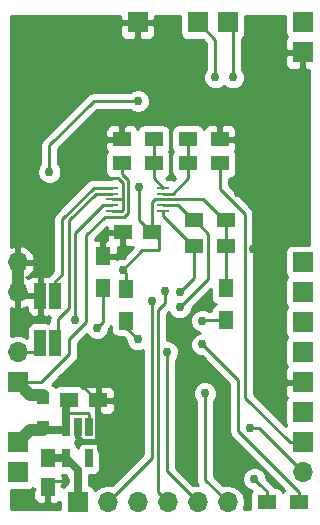
<source format=gbl>
G04 #@! TF.FileFunction,Copper,L2,Bot,Signal*
%FSLAX46Y46*%
G04 Gerber Fmt 4.6, Leading zero omitted, Abs format (unit mm)*
G04 Created by KiCad (PCBNEW 4.0.6) date Monday, 03 July 2017 'AMt' 11:17:00*
%MOMM*%
%LPD*%
G01*
G04 APERTURE LIST*
%ADD10C,0.101600*%
%ADD11R,1.100000X0.250000*%
%ADD12R,1.700000X1.700000*%
%ADD13O,1.700000X1.700000*%
%ADD14R,1.500000X1.300000*%
%ADD15R,1.500000X1.250000*%
%ADD16R,1.250000X1.500000*%
%ADD17R,1.300000X1.500000*%
%ADD18R,0.650000X1.560000*%
%ADD19R,1.000000X1.000000*%
%ADD20R,1.000000X2.200000*%
%ADD21C,0.762000*%
%ADD22C,0.254000*%
%ADD23C,0.500000*%
%ADD24C,1.000000*%
%ADD25C,0.700000*%
G04 APERTURE END LIST*
D10*
D11*
X145170000Y-69326000D03*
X145170000Y-68826000D03*
X145170000Y-68326000D03*
X145170000Y-67826000D03*
X145170000Y-67326000D03*
X149470000Y-67326000D03*
X149470000Y-67826000D03*
X149470000Y-68326000D03*
X149470000Y-68826000D03*
X149470000Y-69326000D03*
D12*
X142240000Y-93980000D03*
D13*
X144780000Y-93980000D03*
X147320000Y-93980000D03*
X149860000Y-93980000D03*
X152400000Y-93980000D03*
X154940000Y-93980000D03*
D14*
X160950000Y-93980000D03*
X158250000Y-93980000D03*
D15*
X141498000Y-85344000D03*
X143998000Y-85344000D03*
D16*
X139700000Y-90190000D03*
X139700000Y-92690000D03*
D15*
X148570000Y-71120000D03*
X146070000Y-71120000D03*
D17*
X144375000Y-75850000D03*
X144375000Y-73150000D03*
D14*
X154766000Y-70104000D03*
X152066000Y-70104000D03*
X154766000Y-72263000D03*
X152066000Y-72263000D03*
D18*
X141290000Y-87550000D03*
X142240000Y-87550000D03*
X143190000Y-87550000D03*
X143190000Y-90250000D03*
X141290000Y-90250000D03*
D12*
X137160000Y-83820000D03*
D13*
X137160000Y-81280000D03*
D14*
X145970000Y-65278000D03*
X148670000Y-65278000D03*
X148670000Y-63246000D03*
X145970000Y-63246000D03*
X151558000Y-65278000D03*
X154258000Y-65278000D03*
X151558000Y-63246000D03*
X154258000Y-63246000D03*
D12*
X154940000Y-53340000D03*
X161290000Y-55880000D03*
D19*
X139319000Y-87610000D03*
X139319000Y-85110000D03*
D12*
X161290000Y-73660000D03*
X161290000Y-76200000D03*
X161290000Y-78740000D03*
X161290000Y-88900000D03*
D13*
X161290000Y-91440000D03*
D12*
X147320000Y-53340000D03*
X161290000Y-83820000D03*
X137160000Y-91440000D03*
D13*
X137160000Y-73660000D03*
D12*
X137160000Y-88900000D03*
D13*
X137160000Y-76200000D03*
D12*
X152400000Y-53340000D03*
D17*
X146350000Y-75875000D03*
X146350000Y-78575000D03*
D12*
X161290000Y-81280000D03*
D17*
X154800000Y-75850000D03*
X154800000Y-78550000D03*
D12*
X161290000Y-86360000D03*
X161290000Y-53340000D03*
D20*
X139065000Y-76504800D03*
X139065000Y-80486000D03*
X140360400Y-80486000D03*
X140360400Y-76504800D03*
D21*
X139775000Y-68350002D03*
X155200000Y-91600000D03*
X140825000Y-83575000D03*
X157099994Y-72500000D03*
X145499996Y-91000000D03*
X158000000Y-82000000D03*
X155800000Y-67800000D03*
X146050000Y-73152000D03*
X141224000Y-92202000D03*
X148524998Y-76925000D03*
X149600000Y-76050000D03*
X149775000Y-81225000D03*
X157200000Y-92000000D03*
X147400000Y-67300000D03*
X147350000Y-60000000D03*
X139850000Y-66000000D03*
X146050000Y-74300000D03*
X150876000Y-77470010D03*
X150876000Y-76200000D03*
X147350000Y-80175000D03*
X142000004Y-78525000D03*
X156800000Y-87699996D03*
X155400006Y-58000000D03*
X152800000Y-80600000D03*
X153000000Y-84750000D03*
X143900000Y-79200000D03*
X153900000Y-58000000D03*
X152800000Y-78600000D03*
D22*
X139394001Y-68731001D02*
X139775000Y-68350002D01*
X137160000Y-70965002D02*
X139394001Y-68731001D01*
X137160000Y-73914000D02*
X137160000Y-70965002D01*
X143584000Y-65532000D02*
X143584000Y-64066000D01*
X143584000Y-64066000D02*
X144404000Y-63246000D01*
X144404000Y-63246000D02*
X145970000Y-63246000D01*
X154258000Y-63246000D02*
X155471000Y-63246000D01*
X155471000Y-63246000D02*
X155800000Y-63575000D01*
X155800000Y-63575000D02*
X155800000Y-67261185D01*
X155800000Y-67261185D02*
X155800000Y-67800000D01*
X145970000Y-63246000D02*
X145970000Y-62342000D01*
X145970000Y-62342000D02*
X147098000Y-61214000D01*
X147098000Y-61214000D02*
X154258000Y-61214000D01*
X154258000Y-61214000D02*
X154258000Y-63246000D01*
X158000000Y-82000000D02*
X158000000Y-82950000D01*
X158000000Y-82950000D02*
X158870000Y-83820000D01*
X158870000Y-83820000D02*
X161290000Y-83820000D01*
X154258000Y-63246000D02*
X154258000Y-61192000D01*
X154258000Y-61192000D02*
X159570000Y-55880000D01*
X159570000Y-55880000D02*
X161290000Y-55880000D01*
X144375000Y-73150000D02*
X146048000Y-73150000D01*
X146048000Y-73150000D02*
X146050000Y-73152000D01*
X142104000Y-83575000D02*
X141363815Y-83575000D01*
X141363815Y-83575000D02*
X140825000Y-83575000D01*
X143998000Y-85344000D02*
X143873000Y-85344000D01*
X143873000Y-85344000D02*
X142104000Y-83575000D01*
X157480993Y-72880999D02*
X157099994Y-72500000D01*
X157099994Y-71961185D02*
X157099994Y-72500000D01*
X155800000Y-67800000D02*
X157099994Y-69099994D01*
X158000000Y-82000000D02*
X158000000Y-73400006D01*
X157099994Y-69099994D02*
X157099994Y-71961185D01*
X158000000Y-73400006D02*
X157480993Y-72880999D01*
D23*
X139065000Y-76504800D02*
X137464800Y-76504800D01*
X137464800Y-76504800D02*
X137160000Y-76200000D01*
D24*
X137160000Y-73660000D02*
X137160000Y-76200000D01*
D22*
X143998000Y-89498004D02*
X145118997Y-90619001D01*
X143998000Y-85344000D02*
X143998000Y-89498004D01*
X145118997Y-90619001D02*
X145499996Y-91000000D01*
D23*
X143998000Y-87250000D02*
X143998000Y-86469000D01*
X143998000Y-88662762D02*
X143998000Y-87250000D01*
D22*
X145170000Y-69326000D02*
X145974000Y-69326000D01*
X145974000Y-69326000D02*
X146050201Y-69249799D01*
X146050201Y-69249799D02*
X146050201Y-68249799D01*
X146050000Y-73152000D02*
X146050000Y-71140000D01*
X146050000Y-71140000D02*
X146070000Y-71120000D01*
X145170000Y-68326000D02*
X145974000Y-68326000D01*
X145974000Y-68326000D02*
X146050201Y-68249799D01*
X146050201Y-68249799D02*
X146050201Y-66936839D01*
X146050201Y-66936839D02*
X145661362Y-66548000D01*
X145661362Y-66548000D02*
X144600000Y-66548000D01*
X144600000Y-66548000D02*
X144310201Y-66258201D01*
X144310201Y-66258201D02*
X143584000Y-65532000D01*
X137160000Y-71956000D02*
X143584000Y-65532000D01*
X144165000Y-85344000D02*
X143998000Y-85344000D01*
X146050000Y-71394000D02*
X146070000Y-71374000D01*
X146049994Y-73151994D02*
X146050000Y-73152000D01*
X145595000Y-69326000D02*
X145170000Y-69326000D01*
X141224000Y-92202000D02*
X140188000Y-92202000D01*
X140188000Y-92202000D02*
X139700000Y-92690000D01*
X137160000Y-73914000D02*
X137160000Y-71956000D01*
X137160000Y-76200000D02*
X137160000Y-73914000D01*
D23*
X142240000Y-87550000D02*
X142240000Y-88520762D01*
X142240000Y-88520762D02*
X142619238Y-88900000D01*
X142619238Y-88900000D02*
X143760762Y-88900000D01*
X143760762Y-88900000D02*
X143998000Y-88662762D01*
X143998000Y-86469000D02*
X143998000Y-85344000D01*
D22*
X143412000Y-85344000D02*
X143998000Y-85344000D01*
X148524998Y-77463815D02*
X148524998Y-76925000D01*
X148524998Y-90235002D02*
X148524998Y-77463815D01*
X144780000Y-93980000D02*
X148524998Y-90235002D01*
X149010001Y-77717579D02*
X149600000Y-77127580D01*
X149860000Y-93980000D02*
X149010001Y-93130001D01*
X149010001Y-93130001D02*
X149010001Y-77717579D01*
X149600000Y-76588815D02*
X149600000Y-76050000D01*
X149600000Y-77127580D02*
X149600000Y-76588815D01*
X149775000Y-91355000D02*
X149775000Y-81763815D01*
X149775000Y-81763815D02*
X149775000Y-81225000D01*
X152400000Y-93980000D02*
X149775000Y-91355000D01*
X158250000Y-93050000D02*
X157580999Y-92380999D01*
X157580999Y-92380999D02*
X157200000Y-92000000D01*
X158250000Y-93980000D02*
X158250000Y-93050000D01*
X154800000Y-75850000D02*
X154800000Y-72297000D01*
X154800000Y-72297000D02*
X154766000Y-72263000D01*
X146350000Y-75875000D02*
X146350000Y-74600000D01*
X146350000Y-74600000D02*
X146050000Y-74300000D01*
X148570000Y-71120000D02*
X148570000Y-68549211D01*
X148570000Y-68549211D02*
X148793211Y-68326000D01*
X148793211Y-68326000D02*
X149470000Y-68326000D01*
X147400000Y-67300000D02*
X147400000Y-70075000D01*
X147400000Y-70075000D02*
X148445000Y-71120000D01*
X148445000Y-71120000D02*
X148570000Y-71120000D01*
X139850000Y-66000000D02*
X139850000Y-63750000D01*
X139850000Y-63750000D02*
X143600000Y-60000000D01*
X143600000Y-60000000D02*
X147350000Y-60000000D01*
X146050000Y-74300000D02*
X147706000Y-72644000D01*
X147706000Y-72644000D02*
X149098000Y-72644000D01*
X149098000Y-72644000D02*
X149098000Y-71648000D01*
X149098000Y-71648000D02*
X148570000Y-71120000D01*
X148082000Y-70886000D02*
X148570000Y-71374000D01*
X154866000Y-70104000D02*
X154766000Y-70104000D01*
X154766000Y-70104000D02*
X154666000Y-70104000D01*
X154666000Y-70104000D02*
X152888000Y-68326000D01*
X152888000Y-68326000D02*
X150274000Y-68326000D01*
X150274000Y-68326000D02*
X149470000Y-68326000D01*
X154766000Y-72263000D02*
X154766000Y-70104000D01*
X154706000Y-72323000D02*
X154766000Y-72263000D01*
D25*
X142240000Y-93980000D02*
X142240000Y-91200000D01*
X142240000Y-91200000D02*
X141290000Y-90250000D01*
X141290000Y-90250000D02*
X139760000Y-90250000D01*
X139760000Y-90250000D02*
X139700000Y-90190000D01*
D22*
X151256999Y-77089011D02*
X150876000Y-77470010D01*
X153289000Y-71227000D02*
X153289000Y-75057010D01*
X152166000Y-70104000D02*
X153289000Y-71227000D01*
X152066000Y-70104000D02*
X152166000Y-70104000D01*
X153289000Y-75057010D02*
X151256999Y-77089011D01*
X149470000Y-68826000D02*
X150614000Y-68826000D01*
X150614000Y-68826000D02*
X150622000Y-68834000D01*
X150622000Y-68834000D02*
X150696000Y-68834000D01*
X150696000Y-68834000D02*
X151966000Y-70104000D01*
X151966000Y-70104000D02*
X152066000Y-70104000D01*
X152066000Y-75010000D02*
X151256999Y-75819001D01*
X152066000Y-72263000D02*
X152066000Y-75010000D01*
X151256999Y-75819001D02*
X150876000Y-76200000D01*
X149470000Y-69326000D02*
X149470000Y-69767000D01*
X149470000Y-69767000D02*
X151966000Y-72263000D01*
X151966000Y-72263000D02*
X152066000Y-72263000D01*
X146350000Y-78575000D02*
X146350000Y-79175000D01*
X146350000Y-79175000D02*
X147350000Y-80175000D01*
X142000004Y-77986185D02*
X142000004Y-78525000D01*
X141999998Y-77986179D02*
X142000004Y-77986185D01*
X141999998Y-71192002D02*
X141999998Y-77986179D01*
X144366000Y-68826000D02*
X141999998Y-71192002D01*
X145170000Y-68826000D02*
X144366000Y-68826000D01*
D25*
X141290000Y-85552000D02*
X141290000Y-86487000D01*
X141290000Y-86487000D02*
X141290000Y-87550000D01*
D22*
X143190000Y-87550000D02*
X143190000Y-86516000D01*
X143190000Y-86516000D02*
X143113799Y-86439799D01*
X143113799Y-86439799D02*
X141337201Y-86439799D01*
X141337201Y-86439799D02*
X141290000Y-86487000D01*
D25*
X141498000Y-85344000D02*
X141290000Y-85552000D01*
X139319000Y-87860000D02*
X140980000Y-87860000D01*
X140980000Y-87860000D02*
X141290000Y-87550000D01*
D24*
X139319000Y-87860000D02*
X138200000Y-87860000D01*
X138200000Y-87860000D02*
X137160000Y-88900000D01*
D22*
X145970000Y-65278000D02*
X145970000Y-66182000D01*
X146507411Y-66747457D02*
X146507411Y-69439181D01*
X144516791Y-69783209D02*
X142961201Y-71338799D01*
X139130000Y-83820000D02*
X138264000Y-83820000D01*
X138264000Y-83820000D02*
X137160000Y-83820000D01*
X145970000Y-66182000D02*
X146500000Y-66712000D01*
X146500000Y-66712000D02*
X146500000Y-66740046D01*
X146500000Y-66740046D02*
X146507411Y-66747457D01*
X146507411Y-69439181D02*
X146163383Y-69783209D01*
X142961201Y-71338799D02*
X142961201Y-78713799D01*
X140347762Y-82625000D02*
X140325000Y-82625000D01*
X146163383Y-69783209D02*
X144516791Y-69783209D01*
X142961201Y-78713799D02*
X141525000Y-80150000D01*
X141525000Y-80150000D02*
X141525000Y-81447762D01*
X141525000Y-81447762D02*
X140347762Y-82625000D01*
X140325000Y-82625000D02*
X139130000Y-83820000D01*
D24*
X139319000Y-84860000D02*
X138200000Y-84860000D01*
X138200000Y-84860000D02*
X137160000Y-83820000D01*
D22*
X148670000Y-65278000D02*
X148670000Y-66526000D01*
X148670000Y-66526000D02*
X149470000Y-67326000D01*
X148670000Y-63246000D02*
X148670000Y-65278000D01*
X161290000Y-91440000D02*
X157549996Y-87699996D01*
X157338815Y-87699996D02*
X156800000Y-87699996D01*
X157549996Y-87699996D02*
X157338815Y-87699996D01*
X155400006Y-58000000D02*
X155400006Y-53800006D01*
X155400006Y-53800006D02*
X154940000Y-53340000D01*
X160950000Y-93980000D02*
X160950000Y-93076000D01*
X160950000Y-93076000D02*
X155800000Y-87926000D01*
X155800000Y-87926000D02*
X155800000Y-83600000D01*
X155800000Y-83600000D02*
X153180999Y-80980999D01*
X153180999Y-80980999D02*
X152800000Y-80600000D01*
X140614400Y-78458020D02*
X141528798Y-77543622D01*
X141528798Y-77543622D02*
X141528798Y-70074609D01*
X143777407Y-67826000D02*
X144366000Y-67826000D01*
X141528798Y-70074609D02*
X143777407Y-67826000D01*
X140614400Y-80518000D02*
X140614400Y-78458020D01*
X144366000Y-67826000D02*
X145170000Y-67826000D01*
X151558000Y-65278000D02*
X151558000Y-66542000D01*
X151558000Y-66542000D02*
X150274000Y-67826000D01*
X150274000Y-67826000D02*
X149470000Y-67826000D01*
X151558000Y-63246000D02*
X151558000Y-65278000D01*
X137160000Y-81280000D02*
X138557000Y-81280000D01*
X138557000Y-81280000D02*
X139319000Y-80518000D01*
X140360400Y-76504800D02*
X140360400Y-75250800D01*
X140360400Y-75250800D02*
X140925000Y-74686200D01*
X140925000Y-74686200D02*
X140925000Y-70010407D01*
X140925000Y-70010407D02*
X143609407Y-67326000D01*
X143609407Y-67326000D02*
X144366000Y-67326000D01*
X144366000Y-67326000D02*
X145170000Y-67326000D01*
X154258000Y-66182000D02*
X154258000Y-65278000D01*
X154258000Y-67458000D02*
X154258000Y-66182000D01*
X156388793Y-72841377D02*
X156388793Y-69588793D01*
X156400000Y-72852584D02*
X156388793Y-72841377D01*
X156400000Y-85114000D02*
X156400000Y-72852584D01*
X160186000Y-88900000D02*
X156400000Y-85114000D01*
X161290000Y-88900000D02*
X160186000Y-88900000D01*
X156388793Y-69588793D02*
X154258000Y-67458000D01*
X153000000Y-85288815D02*
X153000000Y-84750000D01*
X153000000Y-92040000D02*
X153000000Y-85288815D01*
X154940000Y-93980000D02*
X153000000Y-92040000D01*
X144375000Y-75850000D02*
X144375000Y-78725000D01*
X144375000Y-78725000D02*
X143900000Y-79200000D01*
X153900000Y-58000000D02*
X153900000Y-54840000D01*
X153900000Y-54840000D02*
X152400000Y-53340000D01*
X154800000Y-78550000D02*
X152850000Y-78550000D01*
X152850000Y-78550000D02*
X152800000Y-78600000D01*
G36*
X139827000Y-92563000D02*
X139847000Y-92563000D01*
X139847000Y-92817000D01*
X139827000Y-92817000D01*
X139827000Y-93916250D01*
X139985750Y-94075000D01*
X140451310Y-94075000D01*
X140684699Y-93978327D01*
X140742560Y-93920466D01*
X140742560Y-94540000D01*
X136600000Y-94540000D01*
X136600000Y-92937440D01*
X138010000Y-92937440D01*
X138245317Y-92893162D01*
X138440000Y-92767887D01*
X138440000Y-92817002D01*
X138598748Y-92817002D01*
X138440000Y-92975750D01*
X138440000Y-93566309D01*
X138536673Y-93799698D01*
X138715301Y-93978327D01*
X138948690Y-94075000D01*
X139414250Y-94075000D01*
X139573000Y-93916250D01*
X139573000Y-92817000D01*
X139553000Y-92817000D01*
X139553000Y-92563000D01*
X139573000Y-92563000D01*
X139573000Y-92543000D01*
X139827000Y-92543000D01*
X139827000Y-92563000D01*
X139827000Y-92563000D01*
G37*
X139827000Y-92563000D02*
X139847000Y-92563000D01*
X139847000Y-92817000D01*
X139827000Y-92817000D01*
X139827000Y-93916250D01*
X139985750Y-94075000D01*
X140451310Y-94075000D01*
X140684699Y-93978327D01*
X140742560Y-93920466D01*
X140742560Y-94540000D01*
X136600000Y-94540000D01*
X136600000Y-92937440D01*
X138010000Y-92937440D01*
X138245317Y-92893162D01*
X138440000Y-92767887D01*
X138440000Y-92817002D01*
X138598748Y-92817002D01*
X138440000Y-92975750D01*
X138440000Y-93566309D01*
X138536673Y-93799698D01*
X138715301Y-93978327D01*
X138948690Y-94075000D01*
X139414250Y-94075000D01*
X139573000Y-93916250D01*
X139573000Y-92817000D01*
X139553000Y-92817000D01*
X139553000Y-92563000D01*
X139573000Y-92563000D01*
X139573000Y-92543000D01*
X139827000Y-92543000D01*
X139827000Y-92563000D01*
G36*
X153502560Y-76600000D02*
X153546838Y-76835317D01*
X153685910Y-77051441D01*
X153898110Y-77196431D01*
X153911197Y-77199081D01*
X153698559Y-77335910D01*
X153553569Y-77548110D01*
X153504990Y-77788000D01*
X153425005Y-77788000D01*
X153376269Y-77739179D01*
X153002982Y-77584176D01*
X152598792Y-77583824D01*
X152225234Y-77738175D01*
X151939179Y-78023731D01*
X151784176Y-78397018D01*
X151783824Y-78801208D01*
X151938175Y-79174766D01*
X152223731Y-79460821D01*
X152559276Y-79600152D01*
X152225234Y-79738175D01*
X151939179Y-80023731D01*
X151784176Y-80397018D01*
X151783824Y-80801208D01*
X151938175Y-81174766D01*
X152223731Y-81460821D01*
X152597018Y-81615824D01*
X152738317Y-81615947D01*
X155038000Y-83915631D01*
X155038000Y-87926000D01*
X155096004Y-88217605D01*
X155220544Y-88403992D01*
X155261185Y-88464815D01*
X159713537Y-92917167D01*
X159603569Y-93078110D01*
X159600919Y-93091197D01*
X159464090Y-92878559D01*
X159251890Y-92733569D01*
X159000000Y-92682560D01*
X158903325Y-92682560D01*
X158896672Y-92672604D01*
X158788815Y-92511184D01*
X158216054Y-91938424D01*
X158216176Y-91798792D01*
X158061825Y-91425234D01*
X157776269Y-91139179D01*
X157402982Y-90984176D01*
X156998792Y-90983824D01*
X156625234Y-91138175D01*
X156339179Y-91423731D01*
X156184176Y-91797018D01*
X156183824Y-92201208D01*
X156338175Y-92574766D01*
X156623731Y-92860821D01*
X156957375Y-92999363D01*
X156903569Y-93078110D01*
X156852560Y-93330000D01*
X156852560Y-94540000D01*
X156319396Y-94540000D01*
X156425000Y-94009093D01*
X156425000Y-93950907D01*
X156311961Y-93382622D01*
X155990054Y-92900853D01*
X155508285Y-92578946D01*
X154940000Y-92465907D01*
X154575951Y-92538321D01*
X153762000Y-91724370D01*
X153762000Y-85424918D01*
X153860821Y-85326269D01*
X154015824Y-84952982D01*
X154016176Y-84548792D01*
X153861825Y-84175234D01*
X153576269Y-83889179D01*
X153202982Y-83734176D01*
X152798792Y-83733824D01*
X152425234Y-83888175D01*
X152139179Y-84173731D01*
X151984176Y-84547018D01*
X151983824Y-84951208D01*
X152138175Y-85324766D01*
X152238000Y-85424765D01*
X152238000Y-92040000D01*
X152296004Y-92331605D01*
X152387415Y-92468410D01*
X152035951Y-92538321D01*
X150537000Y-91039370D01*
X150537000Y-81899918D01*
X150635821Y-81801269D01*
X150790824Y-81427982D01*
X150791176Y-81023792D01*
X150636825Y-80650234D01*
X150351269Y-80364179D01*
X149977982Y-80209176D01*
X149772001Y-80208997D01*
X149772001Y-78033209D01*
X149939986Y-77865225D01*
X150014175Y-78044776D01*
X150299731Y-78330831D01*
X150673018Y-78485834D01*
X151077208Y-78486186D01*
X151450766Y-78331835D01*
X151736821Y-78046279D01*
X151891824Y-77672992D01*
X151891947Y-77531693D01*
X153502560Y-75921081D01*
X153502560Y-76600000D01*
X153502560Y-76600000D01*
G37*
X153502560Y-76600000D02*
X153546838Y-76835317D01*
X153685910Y-77051441D01*
X153898110Y-77196431D01*
X153911197Y-77199081D01*
X153698559Y-77335910D01*
X153553569Y-77548110D01*
X153504990Y-77788000D01*
X153425005Y-77788000D01*
X153376269Y-77739179D01*
X153002982Y-77584176D01*
X152598792Y-77583824D01*
X152225234Y-77738175D01*
X151939179Y-78023731D01*
X151784176Y-78397018D01*
X151783824Y-78801208D01*
X151938175Y-79174766D01*
X152223731Y-79460821D01*
X152559276Y-79600152D01*
X152225234Y-79738175D01*
X151939179Y-80023731D01*
X151784176Y-80397018D01*
X151783824Y-80801208D01*
X151938175Y-81174766D01*
X152223731Y-81460821D01*
X152597018Y-81615824D01*
X152738317Y-81615947D01*
X155038000Y-83915631D01*
X155038000Y-87926000D01*
X155096004Y-88217605D01*
X155220544Y-88403992D01*
X155261185Y-88464815D01*
X159713537Y-92917167D01*
X159603569Y-93078110D01*
X159600919Y-93091197D01*
X159464090Y-92878559D01*
X159251890Y-92733569D01*
X159000000Y-92682560D01*
X158903325Y-92682560D01*
X158896672Y-92672604D01*
X158788815Y-92511184D01*
X158216054Y-91938424D01*
X158216176Y-91798792D01*
X158061825Y-91425234D01*
X157776269Y-91139179D01*
X157402982Y-90984176D01*
X156998792Y-90983824D01*
X156625234Y-91138175D01*
X156339179Y-91423731D01*
X156184176Y-91797018D01*
X156183824Y-92201208D01*
X156338175Y-92574766D01*
X156623731Y-92860821D01*
X156957375Y-92999363D01*
X156903569Y-93078110D01*
X156852560Y-93330000D01*
X156852560Y-94540000D01*
X156319396Y-94540000D01*
X156425000Y-94009093D01*
X156425000Y-93950907D01*
X156311961Y-93382622D01*
X155990054Y-92900853D01*
X155508285Y-92578946D01*
X154940000Y-92465907D01*
X154575951Y-92538321D01*
X153762000Y-91724370D01*
X153762000Y-85424918D01*
X153860821Y-85326269D01*
X154015824Y-84952982D01*
X154016176Y-84548792D01*
X153861825Y-84175234D01*
X153576269Y-83889179D01*
X153202982Y-83734176D01*
X152798792Y-83733824D01*
X152425234Y-83888175D01*
X152139179Y-84173731D01*
X151984176Y-84547018D01*
X151983824Y-84951208D01*
X152138175Y-85324766D01*
X152238000Y-85424765D01*
X152238000Y-92040000D01*
X152296004Y-92331605D01*
X152387415Y-92468410D01*
X152035951Y-92538321D01*
X150537000Y-91039370D01*
X150537000Y-81899918D01*
X150635821Y-81801269D01*
X150790824Y-81427982D01*
X150791176Y-81023792D01*
X150636825Y-80650234D01*
X150351269Y-80364179D01*
X149977982Y-80209176D01*
X149772001Y-80208997D01*
X149772001Y-78033209D01*
X149939986Y-77865225D01*
X150014175Y-78044776D01*
X150299731Y-78330831D01*
X150673018Y-78485834D01*
X151077208Y-78486186D01*
X151450766Y-78331835D01*
X151736821Y-78046279D01*
X151891824Y-77672992D01*
X151891947Y-77531693D01*
X153502560Y-75921081D01*
X153502560Y-76600000D01*
G36*
X147447000Y-93853000D02*
X147467000Y-93853000D01*
X147467000Y-94107000D01*
X147447000Y-94107000D01*
X147447000Y-94127000D01*
X147193000Y-94127000D01*
X147193000Y-94107000D01*
X147173000Y-94107000D01*
X147173000Y-93853000D01*
X147193000Y-93853000D01*
X147193000Y-93833000D01*
X147447000Y-93833000D01*
X147447000Y-93853000D01*
X147447000Y-93853000D01*
G37*
X147447000Y-93853000D02*
X147467000Y-93853000D01*
X147467000Y-94107000D01*
X147447000Y-94107000D01*
X147447000Y-94127000D01*
X147193000Y-94127000D01*
X147193000Y-94107000D01*
X147173000Y-94107000D01*
X147173000Y-93853000D01*
X147193000Y-93853000D01*
X147193000Y-93833000D01*
X147447000Y-93833000D01*
X147447000Y-93853000D01*
G36*
X145052560Y-79325000D02*
X145096838Y-79560317D01*
X145235910Y-79776441D01*
X145448110Y-79921431D01*
X145700000Y-79972440D01*
X146069810Y-79972440D01*
X146333946Y-80236576D01*
X146333824Y-80376208D01*
X146488175Y-80749766D01*
X146773731Y-81035821D01*
X147147018Y-81190824D01*
X147551208Y-81191176D01*
X147762998Y-81103666D01*
X147762998Y-89919372D01*
X145144049Y-92538321D01*
X144780000Y-92465907D01*
X144211715Y-92578946D01*
X143729946Y-92900853D01*
X143702150Y-92942452D01*
X143693162Y-92894683D01*
X143554090Y-92678559D01*
X143341890Y-92533569D01*
X143225000Y-92509898D01*
X143225000Y-91677440D01*
X143515000Y-91677440D01*
X143750317Y-91633162D01*
X143966441Y-91494090D01*
X144111431Y-91281890D01*
X144162440Y-91030000D01*
X144162440Y-89470000D01*
X144118162Y-89234683D01*
X143979090Y-89018559D01*
X143803768Y-88898767D01*
X143966441Y-88794090D01*
X144111431Y-88581890D01*
X144162440Y-88330000D01*
X144162440Y-86770000D01*
X144125002Y-86571034D01*
X144125002Y-86445252D01*
X144283750Y-86604000D01*
X144874309Y-86604000D01*
X145107698Y-86507327D01*
X145286327Y-86328699D01*
X145383000Y-86095310D01*
X145383000Y-85629750D01*
X145224250Y-85471000D01*
X144125000Y-85471000D01*
X144125000Y-85491000D01*
X143871000Y-85491000D01*
X143871000Y-85471000D01*
X143851000Y-85471000D01*
X143851000Y-85217000D01*
X143871000Y-85217000D01*
X143871000Y-84242750D01*
X144125000Y-84242750D01*
X144125000Y-85217000D01*
X145224250Y-85217000D01*
X145383000Y-85058250D01*
X145383000Y-84592690D01*
X145286327Y-84359301D01*
X145107698Y-84180673D01*
X144874309Y-84084000D01*
X144283750Y-84084000D01*
X144125000Y-84242750D01*
X143871000Y-84242750D01*
X143712250Y-84084000D01*
X143121691Y-84084000D01*
X142888302Y-84180673D01*
X142747064Y-84321910D01*
X142712090Y-84267559D01*
X142499890Y-84122569D01*
X142248000Y-84071560D01*
X140748000Y-84071560D01*
X140512683Y-84115838D01*
X140330879Y-84232826D01*
X140283090Y-84158559D01*
X140070890Y-84013569D01*
X140049406Y-84009218D01*
X140030827Y-83996804D01*
X140817982Y-83209649D01*
X140886577Y-83163815D01*
X142063815Y-81986577D01*
X142065540Y-81983996D01*
X142228996Y-81739367D01*
X142287000Y-81447762D01*
X142287000Y-80465630D01*
X143020541Y-79732089D01*
X143038175Y-79774766D01*
X143323731Y-80060821D01*
X143697018Y-80215824D01*
X144101208Y-80216176D01*
X144474766Y-80061825D01*
X144760821Y-79776269D01*
X144915824Y-79402982D01*
X144915948Y-79260624D01*
X145052560Y-79056169D01*
X145052560Y-79325000D01*
X145052560Y-79325000D01*
G37*
X145052560Y-79325000D02*
X145096838Y-79560317D01*
X145235910Y-79776441D01*
X145448110Y-79921431D01*
X145700000Y-79972440D01*
X146069810Y-79972440D01*
X146333946Y-80236576D01*
X146333824Y-80376208D01*
X146488175Y-80749766D01*
X146773731Y-81035821D01*
X147147018Y-81190824D01*
X147551208Y-81191176D01*
X147762998Y-81103666D01*
X147762998Y-89919372D01*
X145144049Y-92538321D01*
X144780000Y-92465907D01*
X144211715Y-92578946D01*
X143729946Y-92900853D01*
X143702150Y-92942452D01*
X143693162Y-92894683D01*
X143554090Y-92678559D01*
X143341890Y-92533569D01*
X143225000Y-92509898D01*
X143225000Y-91677440D01*
X143515000Y-91677440D01*
X143750317Y-91633162D01*
X143966441Y-91494090D01*
X144111431Y-91281890D01*
X144162440Y-91030000D01*
X144162440Y-89470000D01*
X144118162Y-89234683D01*
X143979090Y-89018559D01*
X143803768Y-88898767D01*
X143966441Y-88794090D01*
X144111431Y-88581890D01*
X144162440Y-88330000D01*
X144162440Y-86770000D01*
X144125002Y-86571034D01*
X144125002Y-86445252D01*
X144283750Y-86604000D01*
X144874309Y-86604000D01*
X145107698Y-86507327D01*
X145286327Y-86328699D01*
X145383000Y-86095310D01*
X145383000Y-85629750D01*
X145224250Y-85471000D01*
X144125000Y-85471000D01*
X144125000Y-85491000D01*
X143871000Y-85491000D01*
X143871000Y-85471000D01*
X143851000Y-85471000D01*
X143851000Y-85217000D01*
X143871000Y-85217000D01*
X143871000Y-84242750D01*
X144125000Y-84242750D01*
X144125000Y-85217000D01*
X145224250Y-85217000D01*
X145383000Y-85058250D01*
X145383000Y-84592690D01*
X145286327Y-84359301D01*
X145107698Y-84180673D01*
X144874309Y-84084000D01*
X144283750Y-84084000D01*
X144125000Y-84242750D01*
X143871000Y-84242750D01*
X143712250Y-84084000D01*
X143121691Y-84084000D01*
X142888302Y-84180673D01*
X142747064Y-84321910D01*
X142712090Y-84267559D01*
X142499890Y-84122569D01*
X142248000Y-84071560D01*
X140748000Y-84071560D01*
X140512683Y-84115838D01*
X140330879Y-84232826D01*
X140283090Y-84158559D01*
X140070890Y-84013569D01*
X140049406Y-84009218D01*
X140030827Y-83996804D01*
X140817982Y-83209649D01*
X140886577Y-83163815D01*
X142063815Y-81986577D01*
X142065540Y-81983996D01*
X142228996Y-81739367D01*
X142287000Y-81447762D01*
X142287000Y-80465630D01*
X143020541Y-79732089D01*
X143038175Y-79774766D01*
X143323731Y-80060821D01*
X143697018Y-80215824D01*
X144101208Y-80216176D01*
X144474766Y-80061825D01*
X144760821Y-79776269D01*
X144915824Y-79402982D01*
X144915948Y-79260624D01*
X145052560Y-79056169D01*
X145052560Y-79325000D01*
G36*
X140965000Y-91677440D02*
X141255000Y-91677440D01*
X141255000Y-92507962D01*
X141154683Y-92526838D01*
X140960000Y-92652113D01*
X140960000Y-92562998D01*
X140801252Y-92562998D01*
X140960000Y-92404250D01*
X140960000Y-91813691D01*
X140897938Y-91663860D01*
X140965000Y-91677440D01*
X140965000Y-91677440D01*
G37*
X140965000Y-91677440D02*
X141255000Y-91677440D01*
X141255000Y-92507962D01*
X141154683Y-92526838D01*
X140960000Y-92652113D01*
X140960000Y-92562998D01*
X140801252Y-92562998D01*
X140960000Y-92404250D01*
X140960000Y-91813691D01*
X140897938Y-91663860D01*
X140965000Y-91677440D01*
G36*
X142261838Y-88565317D02*
X142367000Y-88728743D01*
X142367000Y-88806250D01*
X142506715Y-88945965D01*
X142413559Y-89005910D01*
X142268569Y-89218110D01*
X142240824Y-89355120D01*
X142218162Y-89234683D01*
X142079090Y-89018559D01*
X141973106Y-88946144D01*
X142113000Y-88806250D01*
X142113000Y-88725949D01*
X142211431Y-88581890D01*
X142239176Y-88444880D01*
X142261838Y-88565317D01*
X142261838Y-88565317D01*
G37*
X142261838Y-88565317D02*
X142367000Y-88728743D01*
X142367000Y-88806250D01*
X142506715Y-88945965D01*
X142413559Y-89005910D01*
X142268569Y-89218110D01*
X142240824Y-89355120D01*
X142218162Y-89234683D01*
X142079090Y-89018559D01*
X141973106Y-88946144D01*
X142113000Y-88806250D01*
X142113000Y-88725949D01*
X142211431Y-88581890D01*
X142239176Y-88444880D01*
X142261838Y-88565317D01*
G36*
X145835000Y-53054250D02*
X145993750Y-53213000D01*
X147193000Y-53213000D01*
X147193000Y-53193000D01*
X147447000Y-53193000D01*
X147447000Y-53213000D01*
X148646250Y-53213000D01*
X148805000Y-53054250D01*
X148805000Y-52780000D01*
X150902560Y-52780000D01*
X150902560Y-54190000D01*
X150946838Y-54425317D01*
X151085910Y-54641441D01*
X151298110Y-54786431D01*
X151550000Y-54837440D01*
X152819809Y-54837440D01*
X153138000Y-55155631D01*
X153138000Y-57325082D01*
X153039179Y-57423731D01*
X152884176Y-57797018D01*
X152883824Y-58201208D01*
X153038175Y-58574766D01*
X153323731Y-58860821D01*
X153697018Y-59015824D01*
X154101208Y-59016176D01*
X154474766Y-58861825D01*
X154650058Y-58686839D01*
X154823737Y-58860821D01*
X155197024Y-59015824D01*
X155601214Y-59016176D01*
X155974772Y-58861825D01*
X156260827Y-58576269D01*
X156415830Y-58202982D01*
X156416182Y-57798792D01*
X156261831Y-57425234D01*
X156162006Y-57325235D01*
X156162006Y-56165750D01*
X159805000Y-56165750D01*
X159805000Y-56856310D01*
X159901673Y-57089699D01*
X160080302Y-57268327D01*
X160313691Y-57365000D01*
X161004250Y-57365000D01*
X161163000Y-57206250D01*
X161163000Y-56007000D01*
X159963750Y-56007000D01*
X159805000Y-56165750D01*
X156162006Y-56165750D01*
X156162006Y-54705205D01*
X156241441Y-54654090D01*
X156386431Y-54441890D01*
X156437440Y-54190000D01*
X156437440Y-52780000D01*
X159792560Y-52780000D01*
X159792560Y-54190000D01*
X159836838Y-54425317D01*
X159958143Y-54613831D01*
X159901673Y-54670301D01*
X159805000Y-54903690D01*
X159805000Y-55594250D01*
X159963750Y-55753000D01*
X161163000Y-55753000D01*
X161163000Y-55733000D01*
X161417000Y-55733000D01*
X161417000Y-55753000D01*
X161437000Y-55753000D01*
X161437000Y-56007000D01*
X161417000Y-56007000D01*
X161417000Y-57206250D01*
X161575750Y-57365000D01*
X161850000Y-57365000D01*
X161850000Y-72162560D01*
X160440000Y-72162560D01*
X160204683Y-72206838D01*
X159988559Y-72345910D01*
X159843569Y-72558110D01*
X159792560Y-72810000D01*
X159792560Y-74510000D01*
X159836838Y-74745317D01*
X159957015Y-74932077D01*
X159843569Y-75098110D01*
X159792560Y-75350000D01*
X159792560Y-77050000D01*
X159836838Y-77285317D01*
X159957015Y-77472077D01*
X159843569Y-77638110D01*
X159792560Y-77890000D01*
X159792560Y-79590000D01*
X159836838Y-79825317D01*
X159957015Y-80012077D01*
X159843569Y-80178110D01*
X159792560Y-80430000D01*
X159792560Y-82130000D01*
X159836838Y-82365317D01*
X159958143Y-82553831D01*
X159901673Y-82610301D01*
X159805000Y-82843690D01*
X159805000Y-83534250D01*
X159963750Y-83693000D01*
X161163000Y-83693000D01*
X161163000Y-83673000D01*
X161417000Y-83673000D01*
X161417000Y-83693000D01*
X161437000Y-83693000D01*
X161437000Y-83947000D01*
X161417000Y-83947000D01*
X161417000Y-83967000D01*
X161163000Y-83967000D01*
X161163000Y-83947000D01*
X159963750Y-83947000D01*
X159805000Y-84105750D01*
X159805000Y-84796310D01*
X159901673Y-85029699D01*
X159959871Y-85087897D01*
X159843569Y-85258110D01*
X159792560Y-85510000D01*
X159792560Y-87210000D01*
X159836838Y-87445317D01*
X159887177Y-87523547D01*
X157162000Y-84798370D01*
X157162000Y-72852584D01*
X157150793Y-72796243D01*
X157150793Y-69588793D01*
X157092789Y-69297188D01*
X157063402Y-69253207D01*
X156927608Y-69049977D01*
X155020000Y-67142370D01*
X155020000Y-66573182D01*
X155243317Y-66531162D01*
X155459441Y-66392090D01*
X155604431Y-66179890D01*
X155655440Y-65928000D01*
X155655440Y-64628000D01*
X155611162Y-64392683D01*
X155532143Y-64269883D01*
X155546327Y-64255699D01*
X155643000Y-64022310D01*
X155643000Y-63531750D01*
X155484250Y-63373000D01*
X154385000Y-63373000D01*
X154385000Y-63393000D01*
X154131000Y-63393000D01*
X154131000Y-63373000D01*
X154111000Y-63373000D01*
X154111000Y-63119000D01*
X154131000Y-63119000D01*
X154131000Y-62119750D01*
X154385000Y-62119750D01*
X154385000Y-63119000D01*
X155484250Y-63119000D01*
X155643000Y-62960250D01*
X155643000Y-62469690D01*
X155546327Y-62236301D01*
X155367698Y-62057673D01*
X155134309Y-61961000D01*
X154543750Y-61961000D01*
X154385000Y-62119750D01*
X154131000Y-62119750D01*
X153972250Y-61961000D01*
X153381691Y-61961000D01*
X153148302Y-62057673D01*
X152969673Y-62236301D01*
X152913346Y-62372287D01*
X152911162Y-62360683D01*
X152772090Y-62144559D01*
X152559890Y-61999569D01*
X152308000Y-61948560D01*
X150808000Y-61948560D01*
X150572683Y-61992838D01*
X150356559Y-62131910D01*
X150211569Y-62344110D01*
X150160560Y-62596000D01*
X150160560Y-63896000D01*
X150204838Y-64131317D01*
X150289225Y-64262457D01*
X150211569Y-64376110D01*
X150160560Y-64628000D01*
X150160560Y-65928000D01*
X150204838Y-66163317D01*
X150343910Y-66379441D01*
X150521551Y-66500818D01*
X150358573Y-66663797D01*
X150271890Y-66604569D01*
X150020000Y-66553560D01*
X149775190Y-66553560D01*
X149714627Y-66492997D01*
X149871441Y-66392090D01*
X150016431Y-66179890D01*
X150067440Y-65928000D01*
X150067440Y-64628000D01*
X150023162Y-64392683D01*
X149938775Y-64261543D01*
X150016431Y-64147890D01*
X150067440Y-63896000D01*
X150067440Y-62596000D01*
X150023162Y-62360683D01*
X149884090Y-62144559D01*
X149671890Y-61999569D01*
X149420000Y-61948560D01*
X147920000Y-61948560D01*
X147684683Y-61992838D01*
X147468559Y-62131910D01*
X147323569Y-62344110D01*
X147316809Y-62377490D01*
X147258327Y-62236301D01*
X147079698Y-62057673D01*
X146846309Y-61961000D01*
X146255750Y-61961000D01*
X146097000Y-62119750D01*
X146097000Y-63119000D01*
X146117000Y-63119000D01*
X146117000Y-63373000D01*
X146097000Y-63373000D01*
X146097000Y-63393000D01*
X145843000Y-63393000D01*
X145843000Y-63373000D01*
X144743750Y-63373000D01*
X144585000Y-63531750D01*
X144585000Y-64022310D01*
X144681673Y-64255699D01*
X144696032Y-64270057D01*
X144623569Y-64376110D01*
X144572560Y-64628000D01*
X144572560Y-65928000D01*
X144616838Y-66163317D01*
X144755910Y-66379441D01*
X144968110Y-66524431D01*
X145111953Y-66553560D01*
X144620000Y-66553560D01*
X144564516Y-66564000D01*
X143609407Y-66564000D01*
X143317802Y-66622004D01*
X143218784Y-66688166D01*
X143070592Y-66787184D01*
X140386185Y-69471592D01*
X140221004Y-69718802D01*
X140163000Y-70010407D01*
X140163000Y-74370570D01*
X139821585Y-74711985D01*
X139781324Y-74772239D01*
X139723477Y-74783124D01*
X139691310Y-74769800D01*
X139350750Y-74769800D01*
X139192000Y-74928550D01*
X139192000Y-76377800D01*
X139212000Y-76377800D01*
X139212000Y-76631800D01*
X139192000Y-76631800D01*
X139192000Y-78081050D01*
X139350750Y-78239800D01*
X139691310Y-78239800D01*
X139726661Y-78225157D01*
X139860400Y-78252240D01*
X139893332Y-78252240D01*
X139852400Y-78458020D01*
X139852400Y-78740065D01*
X139707278Y-78767372D01*
X139565000Y-78738560D01*
X138565000Y-78738560D01*
X138329683Y-78782838D01*
X138113559Y-78921910D01*
X137968569Y-79134110D01*
X137917560Y-79386000D01*
X137917560Y-80015069D01*
X137757378Y-79908039D01*
X137189093Y-79795000D01*
X137130907Y-79795000D01*
X136600000Y-79900604D01*
X136600000Y-77546101D01*
X136803108Y-77641486D01*
X137033000Y-77520819D01*
X137033000Y-76327000D01*
X137013000Y-76327000D01*
X137013000Y-76073000D01*
X137033000Y-76073000D01*
X137033000Y-73787000D01*
X137287000Y-73787000D01*
X137287000Y-76073000D01*
X137307000Y-76073000D01*
X137307000Y-76327000D01*
X137287000Y-76327000D01*
X137287000Y-77520819D01*
X137516892Y-77641486D01*
X137930000Y-77447480D01*
X137930000Y-77731109D01*
X138026673Y-77964498D01*
X138205301Y-78143127D01*
X138438690Y-78239800D01*
X138779250Y-78239800D01*
X138938000Y-78081050D01*
X138938000Y-76631800D01*
X138918000Y-76631800D01*
X138918000Y-76377800D01*
X138938000Y-76377800D01*
X138938000Y-74928550D01*
X138779250Y-74769800D01*
X138438690Y-74769800D01*
X138205301Y-74866473D01*
X138053564Y-75018211D01*
X138041358Y-75004817D01*
X137882046Y-74930000D01*
X138041358Y-74855183D01*
X138431645Y-74426924D01*
X138601476Y-74016890D01*
X138480155Y-73787000D01*
X137287000Y-73787000D01*
X137033000Y-73787000D01*
X137013000Y-73787000D01*
X137013000Y-73533000D01*
X137033000Y-73533000D01*
X137033000Y-72339181D01*
X137287000Y-72339181D01*
X137287000Y-73533000D01*
X138480155Y-73533000D01*
X138601476Y-73303110D01*
X138431645Y-72893076D01*
X138041358Y-72464817D01*
X137516892Y-72218514D01*
X137287000Y-72339181D01*
X137033000Y-72339181D01*
X136803108Y-72218514D01*
X136600000Y-72313899D01*
X136600000Y-66201208D01*
X138833824Y-66201208D01*
X138988175Y-66574766D01*
X139273731Y-66860821D01*
X139647018Y-67015824D01*
X140051208Y-67016176D01*
X140424766Y-66861825D01*
X140710821Y-66576269D01*
X140865824Y-66202982D01*
X140866176Y-65798792D01*
X140711825Y-65425234D01*
X140612000Y-65325235D01*
X140612000Y-64065630D01*
X142207940Y-62469690D01*
X144585000Y-62469690D01*
X144585000Y-62960250D01*
X144743750Y-63119000D01*
X145843000Y-63119000D01*
X145843000Y-62119750D01*
X145684250Y-61961000D01*
X145093691Y-61961000D01*
X144860302Y-62057673D01*
X144681673Y-62236301D01*
X144585000Y-62469690D01*
X142207940Y-62469690D01*
X143915630Y-60762000D01*
X146675082Y-60762000D01*
X146773731Y-60860821D01*
X147147018Y-61015824D01*
X147551208Y-61016176D01*
X147924766Y-60861825D01*
X148210821Y-60576269D01*
X148365824Y-60202982D01*
X148366176Y-59798792D01*
X148211825Y-59425234D01*
X147926269Y-59139179D01*
X147552982Y-58984176D01*
X147148792Y-58983824D01*
X146775234Y-59138175D01*
X146675235Y-59238000D01*
X143600000Y-59238000D01*
X143308395Y-59296004D01*
X143061185Y-59461185D01*
X139311185Y-63211185D01*
X139146004Y-63458395D01*
X139088000Y-63750000D01*
X139088000Y-65325082D01*
X138989179Y-65423731D01*
X138834176Y-65797018D01*
X138833824Y-66201208D01*
X136600000Y-66201208D01*
X136600000Y-53625750D01*
X145835000Y-53625750D01*
X145835000Y-54316310D01*
X145931673Y-54549699D01*
X146110302Y-54728327D01*
X146343691Y-54825000D01*
X147034250Y-54825000D01*
X147193000Y-54666250D01*
X147193000Y-53467000D01*
X147447000Y-53467000D01*
X147447000Y-54666250D01*
X147605750Y-54825000D01*
X148296309Y-54825000D01*
X148529698Y-54728327D01*
X148708327Y-54549699D01*
X148805000Y-54316310D01*
X148805000Y-53625750D01*
X148646250Y-53467000D01*
X147447000Y-53467000D01*
X147193000Y-53467000D01*
X145993750Y-53467000D01*
X145835000Y-53625750D01*
X136600000Y-53625750D01*
X136600000Y-52780000D01*
X145835000Y-52780000D01*
X145835000Y-53054250D01*
X145835000Y-53054250D01*
G37*
X145835000Y-53054250D02*
X145993750Y-53213000D01*
X147193000Y-53213000D01*
X147193000Y-53193000D01*
X147447000Y-53193000D01*
X147447000Y-53213000D01*
X148646250Y-53213000D01*
X148805000Y-53054250D01*
X148805000Y-52780000D01*
X150902560Y-52780000D01*
X150902560Y-54190000D01*
X150946838Y-54425317D01*
X151085910Y-54641441D01*
X151298110Y-54786431D01*
X151550000Y-54837440D01*
X152819809Y-54837440D01*
X153138000Y-55155631D01*
X153138000Y-57325082D01*
X153039179Y-57423731D01*
X152884176Y-57797018D01*
X152883824Y-58201208D01*
X153038175Y-58574766D01*
X153323731Y-58860821D01*
X153697018Y-59015824D01*
X154101208Y-59016176D01*
X154474766Y-58861825D01*
X154650058Y-58686839D01*
X154823737Y-58860821D01*
X155197024Y-59015824D01*
X155601214Y-59016176D01*
X155974772Y-58861825D01*
X156260827Y-58576269D01*
X156415830Y-58202982D01*
X156416182Y-57798792D01*
X156261831Y-57425234D01*
X156162006Y-57325235D01*
X156162006Y-56165750D01*
X159805000Y-56165750D01*
X159805000Y-56856310D01*
X159901673Y-57089699D01*
X160080302Y-57268327D01*
X160313691Y-57365000D01*
X161004250Y-57365000D01*
X161163000Y-57206250D01*
X161163000Y-56007000D01*
X159963750Y-56007000D01*
X159805000Y-56165750D01*
X156162006Y-56165750D01*
X156162006Y-54705205D01*
X156241441Y-54654090D01*
X156386431Y-54441890D01*
X156437440Y-54190000D01*
X156437440Y-52780000D01*
X159792560Y-52780000D01*
X159792560Y-54190000D01*
X159836838Y-54425317D01*
X159958143Y-54613831D01*
X159901673Y-54670301D01*
X159805000Y-54903690D01*
X159805000Y-55594250D01*
X159963750Y-55753000D01*
X161163000Y-55753000D01*
X161163000Y-55733000D01*
X161417000Y-55733000D01*
X161417000Y-55753000D01*
X161437000Y-55753000D01*
X161437000Y-56007000D01*
X161417000Y-56007000D01*
X161417000Y-57206250D01*
X161575750Y-57365000D01*
X161850000Y-57365000D01*
X161850000Y-72162560D01*
X160440000Y-72162560D01*
X160204683Y-72206838D01*
X159988559Y-72345910D01*
X159843569Y-72558110D01*
X159792560Y-72810000D01*
X159792560Y-74510000D01*
X159836838Y-74745317D01*
X159957015Y-74932077D01*
X159843569Y-75098110D01*
X159792560Y-75350000D01*
X159792560Y-77050000D01*
X159836838Y-77285317D01*
X159957015Y-77472077D01*
X159843569Y-77638110D01*
X159792560Y-77890000D01*
X159792560Y-79590000D01*
X159836838Y-79825317D01*
X159957015Y-80012077D01*
X159843569Y-80178110D01*
X159792560Y-80430000D01*
X159792560Y-82130000D01*
X159836838Y-82365317D01*
X159958143Y-82553831D01*
X159901673Y-82610301D01*
X159805000Y-82843690D01*
X159805000Y-83534250D01*
X159963750Y-83693000D01*
X161163000Y-83693000D01*
X161163000Y-83673000D01*
X161417000Y-83673000D01*
X161417000Y-83693000D01*
X161437000Y-83693000D01*
X161437000Y-83947000D01*
X161417000Y-83947000D01*
X161417000Y-83967000D01*
X161163000Y-83967000D01*
X161163000Y-83947000D01*
X159963750Y-83947000D01*
X159805000Y-84105750D01*
X159805000Y-84796310D01*
X159901673Y-85029699D01*
X159959871Y-85087897D01*
X159843569Y-85258110D01*
X159792560Y-85510000D01*
X159792560Y-87210000D01*
X159836838Y-87445317D01*
X159887177Y-87523547D01*
X157162000Y-84798370D01*
X157162000Y-72852584D01*
X157150793Y-72796243D01*
X157150793Y-69588793D01*
X157092789Y-69297188D01*
X157063402Y-69253207D01*
X156927608Y-69049977D01*
X155020000Y-67142370D01*
X155020000Y-66573182D01*
X155243317Y-66531162D01*
X155459441Y-66392090D01*
X155604431Y-66179890D01*
X155655440Y-65928000D01*
X155655440Y-64628000D01*
X155611162Y-64392683D01*
X155532143Y-64269883D01*
X155546327Y-64255699D01*
X155643000Y-64022310D01*
X155643000Y-63531750D01*
X155484250Y-63373000D01*
X154385000Y-63373000D01*
X154385000Y-63393000D01*
X154131000Y-63393000D01*
X154131000Y-63373000D01*
X154111000Y-63373000D01*
X154111000Y-63119000D01*
X154131000Y-63119000D01*
X154131000Y-62119750D01*
X154385000Y-62119750D01*
X154385000Y-63119000D01*
X155484250Y-63119000D01*
X155643000Y-62960250D01*
X155643000Y-62469690D01*
X155546327Y-62236301D01*
X155367698Y-62057673D01*
X155134309Y-61961000D01*
X154543750Y-61961000D01*
X154385000Y-62119750D01*
X154131000Y-62119750D01*
X153972250Y-61961000D01*
X153381691Y-61961000D01*
X153148302Y-62057673D01*
X152969673Y-62236301D01*
X152913346Y-62372287D01*
X152911162Y-62360683D01*
X152772090Y-62144559D01*
X152559890Y-61999569D01*
X152308000Y-61948560D01*
X150808000Y-61948560D01*
X150572683Y-61992838D01*
X150356559Y-62131910D01*
X150211569Y-62344110D01*
X150160560Y-62596000D01*
X150160560Y-63896000D01*
X150204838Y-64131317D01*
X150289225Y-64262457D01*
X150211569Y-64376110D01*
X150160560Y-64628000D01*
X150160560Y-65928000D01*
X150204838Y-66163317D01*
X150343910Y-66379441D01*
X150521551Y-66500818D01*
X150358573Y-66663797D01*
X150271890Y-66604569D01*
X150020000Y-66553560D01*
X149775190Y-66553560D01*
X149714627Y-66492997D01*
X149871441Y-66392090D01*
X150016431Y-66179890D01*
X150067440Y-65928000D01*
X150067440Y-64628000D01*
X150023162Y-64392683D01*
X149938775Y-64261543D01*
X150016431Y-64147890D01*
X150067440Y-63896000D01*
X150067440Y-62596000D01*
X150023162Y-62360683D01*
X149884090Y-62144559D01*
X149671890Y-61999569D01*
X149420000Y-61948560D01*
X147920000Y-61948560D01*
X147684683Y-61992838D01*
X147468559Y-62131910D01*
X147323569Y-62344110D01*
X147316809Y-62377490D01*
X147258327Y-62236301D01*
X147079698Y-62057673D01*
X146846309Y-61961000D01*
X146255750Y-61961000D01*
X146097000Y-62119750D01*
X146097000Y-63119000D01*
X146117000Y-63119000D01*
X146117000Y-63373000D01*
X146097000Y-63373000D01*
X146097000Y-63393000D01*
X145843000Y-63393000D01*
X145843000Y-63373000D01*
X144743750Y-63373000D01*
X144585000Y-63531750D01*
X144585000Y-64022310D01*
X144681673Y-64255699D01*
X144696032Y-64270057D01*
X144623569Y-64376110D01*
X144572560Y-64628000D01*
X144572560Y-65928000D01*
X144616838Y-66163317D01*
X144755910Y-66379441D01*
X144968110Y-66524431D01*
X145111953Y-66553560D01*
X144620000Y-66553560D01*
X144564516Y-66564000D01*
X143609407Y-66564000D01*
X143317802Y-66622004D01*
X143218784Y-66688166D01*
X143070592Y-66787184D01*
X140386185Y-69471592D01*
X140221004Y-69718802D01*
X140163000Y-70010407D01*
X140163000Y-74370570D01*
X139821585Y-74711985D01*
X139781324Y-74772239D01*
X139723477Y-74783124D01*
X139691310Y-74769800D01*
X139350750Y-74769800D01*
X139192000Y-74928550D01*
X139192000Y-76377800D01*
X139212000Y-76377800D01*
X139212000Y-76631800D01*
X139192000Y-76631800D01*
X139192000Y-78081050D01*
X139350750Y-78239800D01*
X139691310Y-78239800D01*
X139726661Y-78225157D01*
X139860400Y-78252240D01*
X139893332Y-78252240D01*
X139852400Y-78458020D01*
X139852400Y-78740065D01*
X139707278Y-78767372D01*
X139565000Y-78738560D01*
X138565000Y-78738560D01*
X138329683Y-78782838D01*
X138113559Y-78921910D01*
X137968569Y-79134110D01*
X137917560Y-79386000D01*
X137917560Y-80015069D01*
X137757378Y-79908039D01*
X137189093Y-79795000D01*
X137130907Y-79795000D01*
X136600000Y-79900604D01*
X136600000Y-77546101D01*
X136803108Y-77641486D01*
X137033000Y-77520819D01*
X137033000Y-76327000D01*
X137013000Y-76327000D01*
X137013000Y-76073000D01*
X137033000Y-76073000D01*
X137033000Y-73787000D01*
X137287000Y-73787000D01*
X137287000Y-76073000D01*
X137307000Y-76073000D01*
X137307000Y-76327000D01*
X137287000Y-76327000D01*
X137287000Y-77520819D01*
X137516892Y-77641486D01*
X137930000Y-77447480D01*
X137930000Y-77731109D01*
X138026673Y-77964498D01*
X138205301Y-78143127D01*
X138438690Y-78239800D01*
X138779250Y-78239800D01*
X138938000Y-78081050D01*
X138938000Y-76631800D01*
X138918000Y-76631800D01*
X138918000Y-76377800D01*
X138938000Y-76377800D01*
X138938000Y-74928550D01*
X138779250Y-74769800D01*
X138438690Y-74769800D01*
X138205301Y-74866473D01*
X138053564Y-75018211D01*
X138041358Y-75004817D01*
X137882046Y-74930000D01*
X138041358Y-74855183D01*
X138431645Y-74426924D01*
X138601476Y-74016890D01*
X138480155Y-73787000D01*
X137287000Y-73787000D01*
X137033000Y-73787000D01*
X137013000Y-73787000D01*
X137013000Y-73533000D01*
X137033000Y-73533000D01*
X137033000Y-72339181D01*
X137287000Y-72339181D01*
X137287000Y-73533000D01*
X138480155Y-73533000D01*
X138601476Y-73303110D01*
X138431645Y-72893076D01*
X138041358Y-72464817D01*
X137516892Y-72218514D01*
X137287000Y-72339181D01*
X137033000Y-72339181D01*
X136803108Y-72218514D01*
X136600000Y-72313899D01*
X136600000Y-66201208D01*
X138833824Y-66201208D01*
X138988175Y-66574766D01*
X139273731Y-66860821D01*
X139647018Y-67015824D01*
X140051208Y-67016176D01*
X140424766Y-66861825D01*
X140710821Y-66576269D01*
X140865824Y-66202982D01*
X140866176Y-65798792D01*
X140711825Y-65425234D01*
X140612000Y-65325235D01*
X140612000Y-64065630D01*
X142207940Y-62469690D01*
X144585000Y-62469690D01*
X144585000Y-62960250D01*
X144743750Y-63119000D01*
X145843000Y-63119000D01*
X145843000Y-62119750D01*
X145684250Y-61961000D01*
X145093691Y-61961000D01*
X144860302Y-62057673D01*
X144681673Y-62236301D01*
X144585000Y-62469690D01*
X142207940Y-62469690D01*
X143915630Y-60762000D01*
X146675082Y-60762000D01*
X146773731Y-60860821D01*
X147147018Y-61015824D01*
X147551208Y-61016176D01*
X147924766Y-60861825D01*
X148210821Y-60576269D01*
X148365824Y-60202982D01*
X148366176Y-59798792D01*
X148211825Y-59425234D01*
X147926269Y-59139179D01*
X147552982Y-58984176D01*
X147148792Y-58983824D01*
X146775234Y-59138175D01*
X146675235Y-59238000D01*
X143600000Y-59238000D01*
X143308395Y-59296004D01*
X143061185Y-59461185D01*
X139311185Y-63211185D01*
X139146004Y-63458395D01*
X139088000Y-63750000D01*
X139088000Y-65325082D01*
X138989179Y-65423731D01*
X138834176Y-65797018D01*
X138833824Y-66201208D01*
X136600000Y-66201208D01*
X136600000Y-53625750D01*
X145835000Y-53625750D01*
X145835000Y-54316310D01*
X145931673Y-54549699D01*
X146110302Y-54728327D01*
X146343691Y-54825000D01*
X147034250Y-54825000D01*
X147193000Y-54666250D01*
X147193000Y-53467000D01*
X147447000Y-53467000D01*
X147447000Y-54666250D01*
X147605750Y-54825000D01*
X148296309Y-54825000D01*
X148529698Y-54728327D01*
X148708327Y-54549699D01*
X148805000Y-54316310D01*
X148805000Y-53625750D01*
X148646250Y-53467000D01*
X147447000Y-53467000D01*
X147193000Y-53467000D01*
X145993750Y-53467000D01*
X145835000Y-53625750D01*
X136600000Y-53625750D01*
X136600000Y-52780000D01*
X145835000Y-52780000D01*
X145835000Y-53054250D01*
G36*
X144685000Y-70834250D02*
X144843750Y-70993000D01*
X145943000Y-70993000D01*
X145943000Y-70973000D01*
X146197000Y-70973000D01*
X146197000Y-70993000D01*
X146217000Y-70993000D01*
X146217000Y-71247000D01*
X146197000Y-71247000D01*
X146197000Y-72221250D01*
X146355750Y-72380000D01*
X146892369Y-72380000D01*
X145988424Y-73283946D01*
X145848792Y-73283824D01*
X145607694Y-73383444D01*
X145501250Y-73277000D01*
X144502000Y-73277000D01*
X144502000Y-73297000D01*
X144248000Y-73297000D01*
X144248000Y-73277000D01*
X144228000Y-73277000D01*
X144228000Y-73023000D01*
X144248000Y-73023000D01*
X144248000Y-71923750D01*
X144502000Y-71923750D01*
X144502000Y-73023000D01*
X145501250Y-73023000D01*
X145660000Y-72864250D01*
X145660000Y-72380000D01*
X145784250Y-72380000D01*
X145943000Y-72221250D01*
X145943000Y-71247000D01*
X144843750Y-71247000D01*
X144685000Y-71405750D01*
X144685000Y-71765000D01*
X144660750Y-71765000D01*
X144502000Y-71923750D01*
X144248000Y-71923750D01*
X144089250Y-71765000D01*
X143723201Y-71765000D01*
X143723201Y-71654429D01*
X144685000Y-70692631D01*
X144685000Y-70834250D01*
X144685000Y-70834250D01*
G37*
X144685000Y-70834250D02*
X144843750Y-70993000D01*
X145943000Y-70993000D01*
X145943000Y-70973000D01*
X146197000Y-70973000D01*
X146197000Y-70993000D01*
X146217000Y-70993000D01*
X146217000Y-71247000D01*
X146197000Y-71247000D01*
X146197000Y-72221250D01*
X146355750Y-72380000D01*
X146892369Y-72380000D01*
X145988424Y-73283946D01*
X145848792Y-73283824D01*
X145607694Y-73383444D01*
X145501250Y-73277000D01*
X144502000Y-73277000D01*
X144502000Y-73297000D01*
X144248000Y-73297000D01*
X144248000Y-73277000D01*
X144228000Y-73277000D01*
X144228000Y-73023000D01*
X144248000Y-73023000D01*
X144248000Y-71923750D01*
X144502000Y-71923750D01*
X144502000Y-73023000D01*
X145501250Y-73023000D01*
X145660000Y-72864250D01*
X145660000Y-72380000D01*
X145784250Y-72380000D01*
X145943000Y-72221250D01*
X145943000Y-71247000D01*
X144843750Y-71247000D01*
X144685000Y-71405750D01*
X144685000Y-71765000D01*
X144660750Y-71765000D01*
X144502000Y-71923750D01*
X144248000Y-71923750D01*
X144089250Y-71765000D01*
X143723201Y-71765000D01*
X143723201Y-71654429D01*
X144685000Y-70692631D01*
X144685000Y-70834250D01*
M02*

</source>
